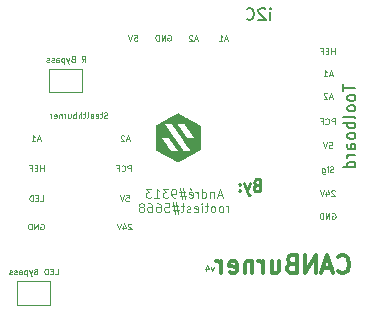
<source format=gbr>
%TF.GenerationSoftware,KiCad,Pcbnew,(6.0.7)*%
%TF.CreationDate,2022-11-17T23:55:45-05:00*%
%TF.ProjectId,SB Quick connect,53422051-7569-4636-9b20-636f6e6e6563,2.0*%
%TF.SameCoordinates,Original*%
%TF.FileFunction,Legend,Bot*%
%TF.FilePolarity,Positive*%
%FSLAX46Y46*%
G04 Gerber Fmt 4.6, Leading zero omitted, Abs format (unit mm)*
G04 Created by KiCad (PCBNEW (6.0.7)) date 2022-11-17 23:55:45*
%MOMM*%
%LPD*%
G01*
G04 APERTURE LIST*
%ADD10C,0.125000*%
%ADD11C,0.100000*%
%ADD12C,0.150000*%
%ADD13C,0.333000*%
%ADD14C,0.250000*%
%ADD15C,0.120000*%
G04 APERTURE END LIST*
D10*
X76845238Y-40078809D02*
X76821428Y-40055000D01*
X76773809Y-40031190D01*
X76654761Y-40031190D01*
X76607142Y-40055000D01*
X76583333Y-40078809D01*
X76559523Y-40126428D01*
X76559523Y-40174047D01*
X76583333Y-40245476D01*
X76869047Y-40531190D01*
X76559523Y-40531190D01*
X76130952Y-40197857D02*
X76130952Y-40531190D01*
X76250000Y-40007380D02*
X76369047Y-40364523D01*
X76059523Y-40364523D01*
X75940476Y-40031190D02*
X75773809Y-40531190D01*
X75607142Y-40031190D01*
D11*
X83807142Y-43717857D02*
X83688095Y-44051190D01*
X83569047Y-43717857D01*
X83164285Y-43717857D02*
X83164285Y-44051190D01*
X83283333Y-43527380D02*
X83402380Y-43884523D01*
X83092857Y-43884523D01*
D10*
X94053333Y-25701190D02*
X94053333Y-25201190D01*
X94053333Y-25439285D02*
X93767619Y-25439285D01*
X93767619Y-25701190D02*
X93767619Y-25201190D01*
X93529523Y-25439285D02*
X93362857Y-25439285D01*
X93291428Y-25701190D02*
X93529523Y-25701190D01*
X93529523Y-25201190D01*
X93291428Y-25201190D01*
X92910476Y-25439285D02*
X93077142Y-25439285D01*
X93077142Y-25701190D02*
X93077142Y-25201190D01*
X92839047Y-25201190D01*
X69408333Y-35591216D02*
X69408333Y-35091216D01*
X69408333Y-35329311D02*
X69122619Y-35329311D01*
X69122619Y-35591216D02*
X69122619Y-35091216D01*
X68884523Y-35329311D02*
X68717857Y-35329311D01*
X68646428Y-35591216D02*
X68884523Y-35591216D01*
X68884523Y-35091216D01*
X68646428Y-35091216D01*
X68265476Y-35329311D02*
X68432142Y-35329311D01*
X68432142Y-35591216D02*
X68432142Y-35091216D01*
X68194047Y-35091216D01*
X69107142Y-32908359D02*
X68869047Y-32908359D01*
X69154761Y-33051216D02*
X68988095Y-32551216D01*
X68821428Y-33051216D01*
X68392857Y-33051216D02*
X68678571Y-33051216D01*
X68535714Y-33051216D02*
X68535714Y-32551216D01*
X68583333Y-32622645D01*
X68630952Y-32670264D01*
X68678571Y-32694073D01*
D12*
X88606190Y-22782787D02*
X88606190Y-22116121D01*
X88606190Y-21782787D02*
X88653809Y-21830407D01*
X88606190Y-21878026D01*
X88558571Y-21830407D01*
X88606190Y-21782787D01*
X88606190Y-21878026D01*
X88177619Y-21878026D02*
X88130000Y-21830407D01*
X88034761Y-21782787D01*
X87796666Y-21782787D01*
X87701428Y-21830407D01*
X87653809Y-21878026D01*
X87606190Y-21973264D01*
X87606190Y-22068502D01*
X87653809Y-22211359D01*
X88225238Y-22782787D01*
X87606190Y-22782787D01*
X86606190Y-22687549D02*
X86653809Y-22735168D01*
X86796666Y-22782787D01*
X86891904Y-22782787D01*
X87034761Y-22735168D01*
X87130000Y-22639930D01*
X87177619Y-22544692D01*
X87225238Y-22354216D01*
X87225238Y-22211359D01*
X87177619Y-22020883D01*
X87130000Y-21925645D01*
X87034761Y-21830407D01*
X86891904Y-21782787D01*
X86796666Y-21782787D01*
X86653809Y-21830407D01*
X86606190Y-21878026D01*
D10*
X77094707Y-24062771D02*
X77332802Y-24062771D01*
X77356611Y-24300866D01*
X77332802Y-24277057D01*
X77285183Y-24253247D01*
X77166135Y-24253247D01*
X77118516Y-24277057D01*
X77094707Y-24300866D01*
X77070897Y-24348485D01*
X77070897Y-24467533D01*
X77094707Y-24515152D01*
X77118516Y-24538961D01*
X77166135Y-24562771D01*
X77285183Y-24562771D01*
X77332802Y-24538961D01*
X77356611Y-24515152D01*
X76928040Y-24062771D02*
X76761373Y-24562771D01*
X76594707Y-24062771D01*
X94065238Y-37240047D02*
X94041428Y-37216238D01*
X93993809Y-37192428D01*
X93874761Y-37192428D01*
X93827142Y-37216238D01*
X93803333Y-37240047D01*
X93779523Y-37287666D01*
X93779523Y-37335285D01*
X93803333Y-37406714D01*
X94089047Y-37692428D01*
X93779523Y-37692428D01*
X93350952Y-37359095D02*
X93350952Y-37692428D01*
X93470000Y-37168618D02*
X93589047Y-37525761D01*
X93279523Y-37525761D01*
X93160476Y-37192428D02*
X92993809Y-37692428D01*
X92827142Y-37192428D01*
X93850952Y-39168616D02*
X93898571Y-39144806D01*
X93970000Y-39144806D01*
X94041428Y-39168616D01*
X94089047Y-39216235D01*
X94112857Y-39263854D01*
X94136666Y-39359092D01*
X94136666Y-39430520D01*
X94112857Y-39525758D01*
X94089047Y-39573377D01*
X94041428Y-39620996D01*
X93970000Y-39644806D01*
X93922380Y-39644806D01*
X93850952Y-39620996D01*
X93827142Y-39597187D01*
X93827142Y-39430520D01*
X93922380Y-39430520D01*
X93612857Y-39644806D02*
X93612857Y-39144806D01*
X93327142Y-39644806D01*
X93327142Y-39144806D01*
X93089047Y-39644806D02*
X93089047Y-39144806D01*
X92970000Y-39144806D01*
X92898571Y-39168616D01*
X92850952Y-39216235D01*
X92827142Y-39263854D01*
X92803333Y-39359092D01*
X92803333Y-39430520D01*
X92827142Y-39525758D01*
X92850952Y-39573377D01*
X92898571Y-39620996D01*
X92970000Y-39644806D01*
X93089047Y-39644806D01*
X79920421Y-24070000D02*
X79968040Y-24046190D01*
X80039469Y-24046190D01*
X80110897Y-24070000D01*
X80158516Y-24117619D01*
X80182326Y-24165238D01*
X80206135Y-24260476D01*
X80206135Y-24331904D01*
X80182326Y-24427142D01*
X80158516Y-24474761D01*
X80110897Y-24522380D01*
X80039469Y-24546190D01*
X79991849Y-24546190D01*
X79920421Y-24522380D01*
X79896611Y-24498571D01*
X79896611Y-24331904D01*
X79991849Y-24331904D01*
X79682326Y-24546190D02*
X79682326Y-24046190D01*
X79396611Y-24546190D01*
X79396611Y-24046190D01*
X79158516Y-24546190D02*
X79158516Y-24046190D01*
X79039469Y-24046190D01*
X78968040Y-24070000D01*
X78920421Y-24117619D01*
X78896611Y-24165238D01*
X78872802Y-24260476D01*
X78872802Y-24331904D01*
X78896611Y-24427142D01*
X78920421Y-24474761D01*
X78968040Y-24522380D01*
X79039469Y-24546190D01*
X79158516Y-24546190D01*
D11*
X74818571Y-31082380D02*
X74747142Y-31106190D01*
X74628095Y-31106190D01*
X74580476Y-31082380D01*
X74556666Y-31058571D01*
X74532857Y-31010952D01*
X74532857Y-30963333D01*
X74556666Y-30915714D01*
X74580476Y-30891904D01*
X74628095Y-30868095D01*
X74723333Y-30844285D01*
X74770952Y-30820476D01*
X74794761Y-30796666D01*
X74818571Y-30749047D01*
X74818571Y-30701428D01*
X74794761Y-30653809D01*
X74770952Y-30630000D01*
X74723333Y-30606190D01*
X74604285Y-30606190D01*
X74532857Y-30630000D01*
X74390000Y-30772857D02*
X74199523Y-30772857D01*
X74318571Y-30606190D02*
X74318571Y-31034761D01*
X74294761Y-31082380D01*
X74247142Y-31106190D01*
X74199523Y-31106190D01*
X73842380Y-31082380D02*
X73890000Y-31106190D01*
X73985238Y-31106190D01*
X74032857Y-31082380D01*
X74056666Y-31034761D01*
X74056666Y-30844285D01*
X74032857Y-30796666D01*
X73985238Y-30772857D01*
X73890000Y-30772857D01*
X73842380Y-30796666D01*
X73818571Y-30844285D01*
X73818571Y-30891904D01*
X74056666Y-30939523D01*
X73390000Y-31106190D02*
X73390000Y-30844285D01*
X73413809Y-30796666D01*
X73461428Y-30772857D01*
X73556666Y-30772857D01*
X73604285Y-30796666D01*
X73390000Y-31082380D02*
X73437619Y-31106190D01*
X73556666Y-31106190D01*
X73604285Y-31082380D01*
X73628095Y-31034761D01*
X73628095Y-30987142D01*
X73604285Y-30939523D01*
X73556666Y-30915714D01*
X73437619Y-30915714D01*
X73390000Y-30891904D01*
X73080476Y-31106190D02*
X73128095Y-31082380D01*
X73151904Y-31034761D01*
X73151904Y-30606190D01*
X72961428Y-30772857D02*
X72770952Y-30772857D01*
X72890000Y-30606190D02*
X72890000Y-31034761D01*
X72866190Y-31082380D01*
X72818571Y-31106190D01*
X72770952Y-31106190D01*
X72604285Y-31106190D02*
X72604285Y-30606190D01*
X72390000Y-31106190D02*
X72390000Y-30844285D01*
X72413809Y-30796666D01*
X72461428Y-30772857D01*
X72532857Y-30772857D01*
X72580476Y-30796666D01*
X72604285Y-30820476D01*
X72151904Y-31106190D02*
X72151904Y-30606190D01*
X72151904Y-30796666D02*
X72104285Y-30772857D01*
X72009047Y-30772857D01*
X71961428Y-30796666D01*
X71937619Y-30820476D01*
X71913809Y-30868095D01*
X71913809Y-31010952D01*
X71937619Y-31058571D01*
X71961428Y-31082380D01*
X72009047Y-31106190D01*
X72104285Y-31106190D01*
X72151904Y-31082380D01*
X71485238Y-30772857D02*
X71485238Y-31106190D01*
X71699523Y-30772857D02*
X71699523Y-31034761D01*
X71675714Y-31082380D01*
X71628095Y-31106190D01*
X71556666Y-31106190D01*
X71509047Y-31082380D01*
X71485238Y-31058571D01*
X71247142Y-31106190D02*
X71247142Y-30772857D01*
X71247142Y-30868095D02*
X71223333Y-30820476D01*
X71199523Y-30796666D01*
X71151904Y-30772857D01*
X71104285Y-30772857D01*
X70937619Y-30772857D02*
X70937619Y-31106190D01*
X70937619Y-30820476D02*
X70913809Y-30796666D01*
X70866190Y-30772857D01*
X70794761Y-30772857D01*
X70747142Y-30796666D01*
X70723333Y-30844285D01*
X70723333Y-31106190D01*
X70294761Y-31082380D02*
X70342380Y-31106190D01*
X70437619Y-31106190D01*
X70485238Y-31082380D01*
X70509047Y-31034761D01*
X70509047Y-30844285D01*
X70485238Y-30796666D01*
X70437619Y-30772857D01*
X70342380Y-30772857D01*
X70294761Y-30796666D01*
X70270952Y-30844285D01*
X70270952Y-30891904D01*
X70509047Y-30939523D01*
X70056666Y-31106190D02*
X70056666Y-30772857D01*
X70056666Y-30868095D02*
X70032857Y-30820476D01*
X70009047Y-30796666D01*
X69961428Y-30772857D01*
X69913809Y-30772857D01*
D10*
X84976611Y-24419914D02*
X84738516Y-24419914D01*
X85024230Y-24562771D02*
X84857564Y-24062771D01*
X84690897Y-24562771D01*
X84262326Y-24562771D02*
X84548040Y-24562771D01*
X84405183Y-24562771D02*
X84405183Y-24062771D01*
X84452802Y-24134200D01*
X84500421Y-24181819D01*
X84548040Y-24205628D01*
X76657142Y-32908359D02*
X76419047Y-32908359D01*
X76704761Y-33051216D02*
X76538095Y-32551216D01*
X76371428Y-33051216D01*
X76228571Y-32598835D02*
X76204761Y-32575026D01*
X76157142Y-32551216D01*
X76038095Y-32551216D01*
X75990476Y-32575026D01*
X75966666Y-32598835D01*
X75942857Y-32646454D01*
X75942857Y-32694073D01*
X75966666Y-32765502D01*
X76252380Y-33051216D01*
X75942857Y-33051216D01*
D12*
X94802380Y-28253571D02*
X94802380Y-28825000D01*
X95802380Y-28539285D02*
X94802380Y-28539285D01*
X95802380Y-29301190D02*
X95754761Y-29205952D01*
X95707142Y-29158333D01*
X95611904Y-29110714D01*
X95326190Y-29110714D01*
X95230952Y-29158333D01*
X95183333Y-29205952D01*
X95135714Y-29301190D01*
X95135714Y-29444047D01*
X95183333Y-29539285D01*
X95230952Y-29586904D01*
X95326190Y-29634523D01*
X95611904Y-29634523D01*
X95707142Y-29586904D01*
X95754761Y-29539285D01*
X95802380Y-29444047D01*
X95802380Y-29301190D01*
X95802380Y-30205952D02*
X95754761Y-30110714D01*
X95707142Y-30063095D01*
X95611904Y-30015476D01*
X95326190Y-30015476D01*
X95230952Y-30063095D01*
X95183333Y-30110714D01*
X95135714Y-30205952D01*
X95135714Y-30348809D01*
X95183333Y-30444047D01*
X95230952Y-30491666D01*
X95326190Y-30539285D01*
X95611904Y-30539285D01*
X95707142Y-30491666D01*
X95754761Y-30444047D01*
X95802380Y-30348809D01*
X95802380Y-30205952D01*
X95802380Y-31110714D02*
X95754761Y-31015476D01*
X95659523Y-30967857D01*
X94802380Y-30967857D01*
X95802380Y-31491666D02*
X94802380Y-31491666D01*
X95183333Y-31491666D02*
X95135714Y-31586904D01*
X95135714Y-31777380D01*
X95183333Y-31872619D01*
X95230952Y-31920238D01*
X95326190Y-31967857D01*
X95611904Y-31967857D01*
X95707142Y-31920238D01*
X95754761Y-31872619D01*
X95802380Y-31777380D01*
X95802380Y-31586904D01*
X95754761Y-31491666D01*
X95802380Y-32539285D02*
X95754761Y-32444047D01*
X95707142Y-32396428D01*
X95611904Y-32348809D01*
X95326190Y-32348809D01*
X95230952Y-32396428D01*
X95183333Y-32444047D01*
X95135714Y-32539285D01*
X95135714Y-32682142D01*
X95183333Y-32777380D01*
X95230952Y-32825000D01*
X95326190Y-32872619D01*
X95611904Y-32872619D01*
X95707142Y-32825000D01*
X95754761Y-32777380D01*
X95802380Y-32682142D01*
X95802380Y-32539285D01*
X95802380Y-33729761D02*
X95278571Y-33729761D01*
X95183333Y-33682142D01*
X95135714Y-33586904D01*
X95135714Y-33396428D01*
X95183333Y-33301190D01*
X95754761Y-33729761D02*
X95802380Y-33634523D01*
X95802380Y-33396428D01*
X95754761Y-33301190D01*
X95659523Y-33253571D01*
X95564285Y-33253571D01*
X95469047Y-33301190D01*
X95421428Y-33396428D01*
X95421428Y-33634523D01*
X95373809Y-33729761D01*
X95802380Y-34205952D02*
X95135714Y-34205952D01*
X95326190Y-34205952D02*
X95230952Y-34253571D01*
X95183333Y-34301190D01*
X95135714Y-34396428D01*
X95135714Y-34491666D01*
X95802380Y-35253571D02*
X94802380Y-35253571D01*
X95754761Y-35253571D02*
X95802380Y-35158333D01*
X95802380Y-34967857D01*
X95754761Y-34872619D01*
X95707142Y-34825000D01*
X95611904Y-34777380D01*
X95326190Y-34777380D01*
X95230952Y-34825000D01*
X95183333Y-34872619D01*
X95135714Y-34967857D01*
X95135714Y-35158333D01*
X95183333Y-35253571D01*
D10*
X82436611Y-24419914D02*
X82198516Y-24419914D01*
X82484230Y-24562771D02*
X82317564Y-24062771D01*
X82150897Y-24562771D01*
X82008040Y-24110390D02*
X81984230Y-24086581D01*
X81936611Y-24062771D01*
X81817564Y-24062771D01*
X81769945Y-24086581D01*
X81746135Y-24110390D01*
X81722326Y-24158009D01*
X81722326Y-24205628D01*
X81746135Y-24277057D01*
X82031849Y-24562771D01*
X81722326Y-24562771D01*
X93827142Y-27418314D02*
X93589047Y-27418314D01*
X93874761Y-27561171D02*
X93708095Y-27061171D01*
X93541428Y-27561171D01*
X93112857Y-27561171D02*
X93398571Y-27561171D01*
X93255714Y-27561171D02*
X93255714Y-27061171D01*
X93303333Y-27132600D01*
X93350952Y-27180219D01*
X93398571Y-27204028D01*
X76370238Y-37631216D02*
X76608333Y-37631216D01*
X76632142Y-37869311D01*
X76608333Y-37845502D01*
X76560714Y-37821692D01*
X76441666Y-37821692D01*
X76394047Y-37845502D01*
X76370238Y-37869311D01*
X76346428Y-37916930D01*
X76346428Y-38035978D01*
X76370238Y-38083597D01*
X76394047Y-38107406D01*
X76441666Y-38131216D01*
X76560714Y-38131216D01*
X76608333Y-38107406D01*
X76632142Y-38083597D01*
X76203571Y-37631216D02*
X76036904Y-38131216D01*
X75870238Y-37631216D01*
X93958095Y-35663473D02*
X93886666Y-35687283D01*
X93767619Y-35687283D01*
X93720000Y-35663473D01*
X93696190Y-35639664D01*
X93672380Y-35592045D01*
X93672380Y-35544426D01*
X93696190Y-35496807D01*
X93720000Y-35472997D01*
X93767619Y-35449188D01*
X93862857Y-35425378D01*
X93910476Y-35401569D01*
X93934285Y-35377759D01*
X93958095Y-35330140D01*
X93958095Y-35282521D01*
X93934285Y-35234902D01*
X93910476Y-35211093D01*
X93862857Y-35187283D01*
X93743809Y-35187283D01*
X93672380Y-35211093D01*
X93458095Y-35687283D02*
X93458095Y-35353950D01*
X93458095Y-35187283D02*
X93481904Y-35211093D01*
X93458095Y-35234902D01*
X93434285Y-35211093D01*
X93458095Y-35187283D01*
X93458095Y-35234902D01*
X93005714Y-35353950D02*
X93005714Y-35758712D01*
X93029523Y-35806331D01*
X93053333Y-35830140D01*
X93100952Y-35853950D01*
X93172380Y-35853950D01*
X93220000Y-35830140D01*
X93005714Y-35663473D02*
X93053333Y-35687283D01*
X93148571Y-35687283D01*
X93196190Y-35663473D01*
X93220000Y-35639664D01*
X93243809Y-35592045D01*
X93243809Y-35449188D01*
X93220000Y-35401569D01*
X93196190Y-35377759D01*
X93148571Y-35353950D01*
X93053333Y-35353950D01*
X93005714Y-35377759D01*
X76795238Y-35591216D02*
X76795238Y-35091216D01*
X76604761Y-35091216D01*
X76557142Y-35115026D01*
X76533333Y-35138835D01*
X76509523Y-35186454D01*
X76509523Y-35257883D01*
X76533333Y-35305502D01*
X76557142Y-35329311D01*
X76604761Y-35353121D01*
X76795238Y-35353121D01*
X76009523Y-35543597D02*
X76033333Y-35567406D01*
X76104761Y-35591216D01*
X76152380Y-35591216D01*
X76223809Y-35567406D01*
X76271428Y-35519787D01*
X76295238Y-35472168D01*
X76319047Y-35376930D01*
X76319047Y-35305502D01*
X76295238Y-35210264D01*
X76271428Y-35162645D01*
X76223809Y-35115026D01*
X76152380Y-35091216D01*
X76104761Y-35091216D01*
X76033333Y-35115026D01*
X76009523Y-35138835D01*
X75628571Y-35329311D02*
X75795238Y-35329311D01*
X75795238Y-35591216D02*
X75795238Y-35091216D01*
X75557142Y-35091216D01*
D13*
X94367857Y-44085714D02*
X94439285Y-44157142D01*
X94653571Y-44228571D01*
X94796428Y-44228571D01*
X95010714Y-44157142D01*
X95153571Y-44014285D01*
X95225000Y-43871428D01*
X95296428Y-43585714D01*
X95296428Y-43371428D01*
X95225000Y-43085714D01*
X95153571Y-42942857D01*
X95010714Y-42800000D01*
X94796428Y-42728571D01*
X94653571Y-42728571D01*
X94439285Y-42800000D01*
X94367857Y-42871428D01*
X93796428Y-43800000D02*
X93082142Y-43800000D01*
X93939285Y-44228571D02*
X93439285Y-42728571D01*
X92939285Y-44228571D01*
X92439285Y-44228571D02*
X92439285Y-42728571D01*
X91582142Y-44228571D01*
X91582142Y-42728571D01*
X90367857Y-43442857D02*
X90153571Y-43514285D01*
X90082142Y-43585714D01*
X90010714Y-43728571D01*
X90010714Y-43942857D01*
X90082142Y-44085714D01*
X90153571Y-44157142D01*
X90296428Y-44228571D01*
X90867857Y-44228571D01*
X90867857Y-42728571D01*
X90367857Y-42728571D01*
X90225000Y-42800000D01*
X90153571Y-42871428D01*
X90082142Y-43014285D01*
X90082142Y-43157142D01*
X90153571Y-43300000D01*
X90225000Y-43371428D01*
X90367857Y-43442857D01*
X90867857Y-43442857D01*
X88725000Y-43228571D02*
X88725000Y-44228571D01*
X89367857Y-43228571D02*
X89367857Y-44014285D01*
X89296428Y-44157142D01*
X89153571Y-44228571D01*
X88939285Y-44228571D01*
X88796428Y-44157142D01*
X88725000Y-44085714D01*
X88010714Y-44228571D02*
X88010714Y-43228571D01*
X88010714Y-43514285D02*
X87939285Y-43371428D01*
X87867857Y-43300000D01*
X87725000Y-43228571D01*
X87582142Y-43228571D01*
X87082142Y-43228571D02*
X87082142Y-44228571D01*
X87082142Y-43371428D02*
X87010714Y-43300000D01*
X86867857Y-43228571D01*
X86653571Y-43228571D01*
X86510714Y-43300000D01*
X86439285Y-43442857D01*
X86439285Y-44228571D01*
X85153571Y-44157142D02*
X85296428Y-44228571D01*
X85582142Y-44228571D01*
X85725000Y-44157142D01*
X85796428Y-44014285D01*
X85796428Y-43442857D01*
X85725000Y-43300000D01*
X85582142Y-43228571D01*
X85296428Y-43228571D01*
X85153571Y-43300000D01*
X85082142Y-43442857D01*
X85082142Y-43585714D01*
X85796428Y-43728571D01*
X84439285Y-44228571D02*
X84439285Y-43228571D01*
X84439285Y-43514285D02*
X84367857Y-43371428D01*
X84296428Y-43300000D01*
X84153571Y-43228571D01*
X84010714Y-43228571D01*
D10*
X69155952Y-40055000D02*
X69203571Y-40031190D01*
X69275000Y-40031190D01*
X69346428Y-40055000D01*
X69394047Y-40102619D01*
X69417857Y-40150238D01*
X69441666Y-40245476D01*
X69441666Y-40316904D01*
X69417857Y-40412142D01*
X69394047Y-40459761D01*
X69346428Y-40507380D01*
X69275000Y-40531190D01*
X69227380Y-40531190D01*
X69155952Y-40507380D01*
X69132142Y-40483571D01*
X69132142Y-40316904D01*
X69227380Y-40316904D01*
X68917857Y-40531190D02*
X68917857Y-40031190D01*
X68632142Y-40531190D01*
X68632142Y-40031190D01*
X68394047Y-40531190D02*
X68394047Y-40031190D01*
X68275000Y-40031190D01*
X68203571Y-40055000D01*
X68155952Y-40102619D01*
X68132142Y-40150238D01*
X68108333Y-40245476D01*
X68108333Y-40316904D01*
X68132142Y-40412142D01*
X68155952Y-40459761D01*
X68203571Y-40507380D01*
X68275000Y-40531190D01*
X68394047Y-40531190D01*
D11*
X84508361Y-37632518D02*
X84151218Y-37632518D01*
X84579790Y-37846803D02*
X84329790Y-37096803D01*
X84079790Y-37846803D01*
X83829790Y-37346803D02*
X83829790Y-37846803D01*
X83829790Y-37418232D02*
X83794076Y-37382518D01*
X83722647Y-37346803D01*
X83615504Y-37346803D01*
X83544076Y-37382518D01*
X83508361Y-37453946D01*
X83508361Y-37846803D01*
X82829790Y-37846803D02*
X82829790Y-37096803D01*
X82829790Y-37811089D02*
X82901218Y-37846803D01*
X83044076Y-37846803D01*
X83115504Y-37811089D01*
X83151218Y-37775375D01*
X83186933Y-37703946D01*
X83186933Y-37489660D01*
X83151218Y-37418232D01*
X83115504Y-37382518D01*
X83044076Y-37346803D01*
X82901218Y-37346803D01*
X82829790Y-37382518D01*
X82472647Y-37846803D02*
X82472647Y-37346803D01*
X82472647Y-37489660D02*
X82436933Y-37418232D01*
X82401218Y-37382518D01*
X82329790Y-37346803D01*
X82258361Y-37346803D01*
X81722647Y-37811089D02*
X81794076Y-37846803D01*
X81936933Y-37846803D01*
X82008361Y-37811089D01*
X82044076Y-37739660D01*
X82044076Y-37453946D01*
X82008361Y-37382518D01*
X81936933Y-37346803D01*
X81794076Y-37346803D01*
X81722647Y-37382518D01*
X81686933Y-37453946D01*
X81686933Y-37525375D01*
X82044076Y-37596803D01*
X81794076Y-37061089D02*
X81901218Y-37168232D01*
X81401218Y-37346803D02*
X80865504Y-37346803D01*
X81186933Y-37025375D02*
X81401218Y-37989660D01*
X80936933Y-37668232D02*
X81472647Y-37668232D01*
X81151218Y-37989660D02*
X80936933Y-37025375D01*
X80579790Y-37846803D02*
X80436933Y-37846803D01*
X80365504Y-37811089D01*
X80329790Y-37775375D01*
X80258361Y-37668232D01*
X80222647Y-37525375D01*
X80222647Y-37239660D01*
X80258361Y-37168232D01*
X80294076Y-37132518D01*
X80365504Y-37096803D01*
X80508361Y-37096803D01*
X80579790Y-37132518D01*
X80615504Y-37168232D01*
X80651218Y-37239660D01*
X80651218Y-37418232D01*
X80615504Y-37489660D01*
X80579790Y-37525375D01*
X80508361Y-37561089D01*
X80365504Y-37561089D01*
X80294076Y-37525375D01*
X80258361Y-37489660D01*
X80222647Y-37418232D01*
X79972647Y-37096803D02*
X79508361Y-37096803D01*
X79758361Y-37382518D01*
X79651218Y-37382518D01*
X79579790Y-37418232D01*
X79544076Y-37453946D01*
X79508361Y-37525375D01*
X79508361Y-37703946D01*
X79544076Y-37775375D01*
X79579790Y-37811089D01*
X79651218Y-37846803D01*
X79865504Y-37846803D01*
X79936933Y-37811089D01*
X79972647Y-37775375D01*
X78794076Y-37846803D02*
X79222647Y-37846803D01*
X79008361Y-37846803D02*
X79008361Y-37096803D01*
X79079790Y-37203946D01*
X79151218Y-37275375D01*
X79222647Y-37311089D01*
X78544076Y-37096803D02*
X78079790Y-37096803D01*
X78329790Y-37382518D01*
X78222647Y-37382518D01*
X78151218Y-37418232D01*
X78115504Y-37453946D01*
X78079790Y-37525375D01*
X78079790Y-37703946D01*
X78115504Y-37775375D01*
X78151218Y-37811089D01*
X78222647Y-37846803D01*
X78436933Y-37846803D01*
X78508361Y-37811089D01*
X78544076Y-37775375D01*
X85061933Y-39054303D02*
X85061933Y-38554303D01*
X85061933Y-38697160D02*
X85026218Y-38625732D01*
X84990504Y-38590018D01*
X84919076Y-38554303D01*
X84847647Y-38554303D01*
X84490504Y-39054303D02*
X84561933Y-39018589D01*
X84597647Y-38982875D01*
X84633361Y-38911446D01*
X84633361Y-38697160D01*
X84597647Y-38625732D01*
X84561933Y-38590018D01*
X84490504Y-38554303D01*
X84383361Y-38554303D01*
X84311933Y-38590018D01*
X84276218Y-38625732D01*
X84240504Y-38697160D01*
X84240504Y-38911446D01*
X84276218Y-38982875D01*
X84311933Y-39018589D01*
X84383361Y-39054303D01*
X84490504Y-39054303D01*
X83811933Y-39054303D02*
X83883361Y-39018589D01*
X83919076Y-38982875D01*
X83954790Y-38911446D01*
X83954790Y-38697160D01*
X83919076Y-38625732D01*
X83883361Y-38590018D01*
X83811933Y-38554303D01*
X83704790Y-38554303D01*
X83633361Y-38590018D01*
X83597647Y-38625732D01*
X83561933Y-38697160D01*
X83561933Y-38911446D01*
X83597647Y-38982875D01*
X83633361Y-39018589D01*
X83704790Y-39054303D01*
X83811933Y-39054303D01*
X83347647Y-38554303D02*
X83061933Y-38554303D01*
X83240504Y-38304303D02*
X83240504Y-38947160D01*
X83204790Y-39018589D01*
X83133361Y-39054303D01*
X83061933Y-39054303D01*
X82811933Y-39054303D02*
X82811933Y-38554303D01*
X82811933Y-38304303D02*
X82847647Y-38340018D01*
X82811933Y-38375732D01*
X82776218Y-38340018D01*
X82811933Y-38304303D01*
X82811933Y-38375732D01*
X82169076Y-39018589D02*
X82240504Y-39054303D01*
X82383361Y-39054303D01*
X82454790Y-39018589D01*
X82490504Y-38947160D01*
X82490504Y-38661446D01*
X82454790Y-38590018D01*
X82383361Y-38554303D01*
X82240504Y-38554303D01*
X82169076Y-38590018D01*
X82133361Y-38661446D01*
X82133361Y-38732875D01*
X82490504Y-38804303D01*
X81847647Y-39018589D02*
X81776218Y-39054303D01*
X81633361Y-39054303D01*
X81561933Y-39018589D01*
X81526218Y-38947160D01*
X81526218Y-38911446D01*
X81561933Y-38840018D01*
X81633361Y-38804303D01*
X81740504Y-38804303D01*
X81811933Y-38768589D01*
X81847647Y-38697160D01*
X81847647Y-38661446D01*
X81811933Y-38590018D01*
X81740504Y-38554303D01*
X81633361Y-38554303D01*
X81561933Y-38590018D01*
X81311933Y-38554303D02*
X81026218Y-38554303D01*
X81204790Y-38304303D02*
X81204790Y-38947160D01*
X81169076Y-39018589D01*
X81097647Y-39054303D01*
X81026218Y-39054303D01*
X80811933Y-38554303D02*
X80276218Y-38554303D01*
X80597647Y-38232875D02*
X80811933Y-39197160D01*
X80347647Y-38875732D02*
X80883361Y-38875732D01*
X80561933Y-39197160D02*
X80347647Y-38232875D01*
X79669076Y-38304303D02*
X80026218Y-38304303D01*
X80061933Y-38661446D01*
X80026218Y-38625732D01*
X79954790Y-38590018D01*
X79776218Y-38590018D01*
X79704790Y-38625732D01*
X79669076Y-38661446D01*
X79633361Y-38732875D01*
X79633361Y-38911446D01*
X79669076Y-38982875D01*
X79704790Y-39018589D01*
X79776218Y-39054303D01*
X79954790Y-39054303D01*
X80026218Y-39018589D01*
X80061933Y-38982875D01*
X78990504Y-38304303D02*
X79133361Y-38304303D01*
X79204790Y-38340018D01*
X79240504Y-38375732D01*
X79311933Y-38482875D01*
X79347647Y-38625732D01*
X79347647Y-38911446D01*
X79311933Y-38982875D01*
X79276218Y-39018589D01*
X79204790Y-39054303D01*
X79061933Y-39054303D01*
X78990504Y-39018589D01*
X78954790Y-38982875D01*
X78919076Y-38911446D01*
X78919076Y-38732875D01*
X78954790Y-38661446D01*
X78990504Y-38625732D01*
X79061933Y-38590018D01*
X79204790Y-38590018D01*
X79276218Y-38625732D01*
X79311933Y-38661446D01*
X79347647Y-38732875D01*
X78276218Y-38304303D02*
X78419076Y-38304303D01*
X78490504Y-38340018D01*
X78526218Y-38375732D01*
X78597647Y-38482875D01*
X78633361Y-38625732D01*
X78633361Y-38911446D01*
X78597647Y-38982875D01*
X78561933Y-39018589D01*
X78490504Y-39054303D01*
X78347647Y-39054303D01*
X78276218Y-39018589D01*
X78240504Y-38982875D01*
X78204790Y-38911446D01*
X78204790Y-38732875D01*
X78240504Y-38661446D01*
X78276218Y-38625732D01*
X78347647Y-38590018D01*
X78490504Y-38590018D01*
X78561933Y-38625732D01*
X78597647Y-38661446D01*
X78633361Y-38732875D01*
X77776218Y-38625732D02*
X77847647Y-38590018D01*
X77883361Y-38554303D01*
X77919076Y-38482875D01*
X77919076Y-38447160D01*
X77883361Y-38375732D01*
X77847647Y-38340018D01*
X77776218Y-38304303D01*
X77633361Y-38304303D01*
X77561933Y-38340018D01*
X77526218Y-38375732D01*
X77490504Y-38447160D01*
X77490504Y-38482875D01*
X77526218Y-38554303D01*
X77561933Y-38590018D01*
X77633361Y-38625732D01*
X77776218Y-38625732D01*
X77847647Y-38661446D01*
X77883361Y-38697160D01*
X77919076Y-38768589D01*
X77919076Y-38911446D01*
X77883361Y-38982875D01*
X77847647Y-39018589D01*
X77776218Y-39054303D01*
X77633361Y-39054303D01*
X77561933Y-39018589D01*
X77526218Y-38982875D01*
X77490504Y-38911446D01*
X77490504Y-38768589D01*
X77526218Y-38697160D01*
X77561933Y-38661446D01*
X77633361Y-38625732D01*
D10*
X94065238Y-31624227D02*
X94065238Y-31124227D01*
X93874761Y-31124227D01*
X93827142Y-31148037D01*
X93803333Y-31171846D01*
X93779523Y-31219465D01*
X93779523Y-31290894D01*
X93803333Y-31338513D01*
X93827142Y-31362322D01*
X93874761Y-31386132D01*
X94065238Y-31386132D01*
X93279523Y-31576608D02*
X93303333Y-31600417D01*
X93374761Y-31624227D01*
X93422380Y-31624227D01*
X93493809Y-31600417D01*
X93541428Y-31552798D01*
X93565238Y-31505179D01*
X93589047Y-31409941D01*
X93589047Y-31338513D01*
X93565238Y-31243275D01*
X93541428Y-31195656D01*
X93493809Y-31148037D01*
X93422380Y-31124227D01*
X93374761Y-31124227D01*
X93303333Y-31148037D01*
X93279523Y-31171846D01*
X92898571Y-31362322D02*
X93065238Y-31362322D01*
X93065238Y-31624227D02*
X93065238Y-31124227D01*
X92827142Y-31124227D01*
X93565238Y-33155755D02*
X93803333Y-33155755D01*
X93827142Y-33393850D01*
X93803333Y-33370041D01*
X93755714Y-33346231D01*
X93636666Y-33346231D01*
X93589047Y-33370041D01*
X93565238Y-33393850D01*
X93541428Y-33441469D01*
X93541428Y-33560517D01*
X93565238Y-33608136D01*
X93589047Y-33631945D01*
X93636666Y-33655755D01*
X93755714Y-33655755D01*
X93803333Y-33631945D01*
X93827142Y-33608136D01*
X93398571Y-33155755D02*
X93231904Y-33655755D01*
X93065238Y-33155755D01*
X93827142Y-29317925D02*
X93589047Y-29317925D01*
X93874761Y-29460782D02*
X93708095Y-28960782D01*
X93541428Y-29460782D01*
X93398571Y-29008401D02*
X93374761Y-28984592D01*
X93327142Y-28960782D01*
X93208095Y-28960782D01*
X93160476Y-28984592D01*
X93136666Y-29008401D01*
X93112857Y-29056020D01*
X93112857Y-29103639D01*
X93136666Y-29175068D01*
X93422380Y-29460782D01*
X93112857Y-29460782D01*
X69121428Y-38131216D02*
X69359523Y-38131216D01*
X69359523Y-37631216D01*
X68954761Y-37869311D02*
X68788095Y-37869311D01*
X68716666Y-38131216D02*
X68954761Y-38131216D01*
X68954761Y-37631216D01*
X68716666Y-37631216D01*
X68502380Y-38131216D02*
X68502380Y-37631216D01*
X68383333Y-37631216D01*
X68311904Y-37655026D01*
X68264285Y-37702645D01*
X68240476Y-37750264D01*
X68216666Y-37845502D01*
X68216666Y-37916930D01*
X68240476Y-38012168D01*
X68264285Y-38059787D01*
X68311904Y-38107406D01*
X68383333Y-38131216D01*
X68502380Y-38131216D01*
D14*
X87431695Y-36769839D02*
X87288837Y-36817458D01*
X87241218Y-36865077D01*
X87193599Y-36960315D01*
X87193599Y-37103172D01*
X87241218Y-37198410D01*
X87288837Y-37246029D01*
X87384076Y-37293648D01*
X87765028Y-37293648D01*
X87765028Y-36293648D01*
X87431695Y-36293648D01*
X87336456Y-36341268D01*
X87288837Y-36388887D01*
X87241218Y-36484125D01*
X87241218Y-36579363D01*
X87288837Y-36674601D01*
X87336456Y-36722220D01*
X87431695Y-36769839D01*
X87765028Y-36769839D01*
X86860266Y-36626982D02*
X86622171Y-37293648D01*
X86384076Y-36626982D02*
X86622171Y-37293648D01*
X86717409Y-37531744D01*
X86765028Y-37579363D01*
X86860266Y-37626982D01*
X86003123Y-37198410D02*
X85955504Y-37246029D01*
X86003123Y-37293648D01*
X86050742Y-37246029D01*
X86003123Y-37198410D01*
X86003123Y-37293648D01*
X86003123Y-36674601D02*
X85955504Y-36722220D01*
X86003123Y-36769839D01*
X86050742Y-36722220D01*
X86003123Y-36674601D01*
X86003123Y-36769839D01*
D11*
%TO.C,R Bypass*%
X72633333Y-26351190D02*
X72800000Y-26113095D01*
X72919047Y-26351190D02*
X72919047Y-25851190D01*
X72728571Y-25851190D01*
X72680952Y-25875000D01*
X72657142Y-25898809D01*
X72633333Y-25946428D01*
X72633333Y-26017857D01*
X72657142Y-26065476D01*
X72680952Y-26089285D01*
X72728571Y-26113095D01*
X72919047Y-26113095D01*
X71871428Y-26089285D02*
X71800000Y-26113095D01*
X71776190Y-26136904D01*
X71752380Y-26184523D01*
X71752380Y-26255952D01*
X71776190Y-26303571D01*
X71800000Y-26327380D01*
X71847619Y-26351190D01*
X72038095Y-26351190D01*
X72038095Y-25851190D01*
X71871428Y-25851190D01*
X71823809Y-25875000D01*
X71800000Y-25898809D01*
X71776190Y-25946428D01*
X71776190Y-25994047D01*
X71800000Y-26041666D01*
X71823809Y-26065476D01*
X71871428Y-26089285D01*
X72038095Y-26089285D01*
X71585714Y-26017857D02*
X71466666Y-26351190D01*
X71347619Y-26017857D02*
X71466666Y-26351190D01*
X71514285Y-26470238D01*
X71538095Y-26494047D01*
X71585714Y-26517857D01*
X71157142Y-26017857D02*
X71157142Y-26517857D01*
X71157142Y-26041666D02*
X71109523Y-26017857D01*
X71014285Y-26017857D01*
X70966666Y-26041666D01*
X70942857Y-26065476D01*
X70919047Y-26113095D01*
X70919047Y-26255952D01*
X70942857Y-26303571D01*
X70966666Y-26327380D01*
X71014285Y-26351190D01*
X71109523Y-26351190D01*
X71157142Y-26327380D01*
X70490476Y-26351190D02*
X70490476Y-26089285D01*
X70514285Y-26041666D01*
X70561904Y-26017857D01*
X70657142Y-26017857D01*
X70704761Y-26041666D01*
X70490476Y-26327380D02*
X70538095Y-26351190D01*
X70657142Y-26351190D01*
X70704761Y-26327380D01*
X70728571Y-26279761D01*
X70728571Y-26232142D01*
X70704761Y-26184523D01*
X70657142Y-26160714D01*
X70538095Y-26160714D01*
X70490476Y-26136904D01*
X70276190Y-26327380D02*
X70228571Y-26351190D01*
X70133333Y-26351190D01*
X70085714Y-26327380D01*
X70061904Y-26279761D01*
X70061904Y-26255952D01*
X70085714Y-26208333D01*
X70133333Y-26184523D01*
X70204761Y-26184523D01*
X70252380Y-26160714D01*
X70276190Y-26113095D01*
X70276190Y-26089285D01*
X70252380Y-26041666D01*
X70204761Y-26017857D01*
X70133333Y-26017857D01*
X70085714Y-26041666D01*
X69871428Y-26327380D02*
X69823809Y-26351190D01*
X69728571Y-26351190D01*
X69680952Y-26327380D01*
X69657142Y-26279761D01*
X69657142Y-26255952D01*
X69680952Y-26208333D01*
X69728571Y-26184523D01*
X69800000Y-26184523D01*
X69847619Y-26160714D01*
X69871428Y-26113095D01*
X69871428Y-26089285D01*
X69847619Y-26041666D01*
X69800000Y-26017857D01*
X69728571Y-26017857D01*
X69680952Y-26041666D01*
%TO.C,LED Bypass*%
X70389523Y-44336190D02*
X70627619Y-44336190D01*
X70627619Y-43836190D01*
X70222857Y-44074285D02*
X70056190Y-44074285D01*
X69984761Y-44336190D02*
X70222857Y-44336190D01*
X70222857Y-43836190D01*
X69984761Y-43836190D01*
X69770476Y-44336190D02*
X69770476Y-43836190D01*
X69651428Y-43836190D01*
X69580000Y-43860000D01*
X69532380Y-43907619D01*
X69508571Y-43955238D01*
X69484761Y-44050476D01*
X69484761Y-44121904D01*
X69508571Y-44217142D01*
X69532380Y-44264761D01*
X69580000Y-44312380D01*
X69651428Y-44336190D01*
X69770476Y-44336190D01*
X68722857Y-44074285D02*
X68651428Y-44098095D01*
X68627619Y-44121904D01*
X68603809Y-44169523D01*
X68603809Y-44240952D01*
X68627619Y-44288571D01*
X68651428Y-44312380D01*
X68699047Y-44336190D01*
X68889523Y-44336190D01*
X68889523Y-43836190D01*
X68722857Y-43836190D01*
X68675238Y-43860000D01*
X68651428Y-43883809D01*
X68627619Y-43931428D01*
X68627619Y-43979047D01*
X68651428Y-44026666D01*
X68675238Y-44050476D01*
X68722857Y-44074285D01*
X68889523Y-44074285D01*
X68437142Y-44002857D02*
X68318095Y-44336190D01*
X68199047Y-44002857D02*
X68318095Y-44336190D01*
X68365714Y-44455238D01*
X68389523Y-44479047D01*
X68437142Y-44502857D01*
X68008571Y-44002857D02*
X68008571Y-44502857D01*
X68008571Y-44026666D02*
X67960952Y-44002857D01*
X67865714Y-44002857D01*
X67818095Y-44026666D01*
X67794285Y-44050476D01*
X67770476Y-44098095D01*
X67770476Y-44240952D01*
X67794285Y-44288571D01*
X67818095Y-44312380D01*
X67865714Y-44336190D01*
X67960952Y-44336190D01*
X68008571Y-44312380D01*
X67341904Y-44336190D02*
X67341904Y-44074285D01*
X67365714Y-44026666D01*
X67413333Y-44002857D01*
X67508571Y-44002857D01*
X67556190Y-44026666D01*
X67341904Y-44312380D02*
X67389523Y-44336190D01*
X67508571Y-44336190D01*
X67556190Y-44312380D01*
X67580000Y-44264761D01*
X67580000Y-44217142D01*
X67556190Y-44169523D01*
X67508571Y-44145714D01*
X67389523Y-44145714D01*
X67341904Y-44121904D01*
X67127619Y-44312380D02*
X67080000Y-44336190D01*
X66984761Y-44336190D01*
X66937142Y-44312380D01*
X66913333Y-44264761D01*
X66913333Y-44240952D01*
X66937142Y-44193333D01*
X66984761Y-44169523D01*
X67056190Y-44169523D01*
X67103809Y-44145714D01*
X67127619Y-44098095D01*
X67127619Y-44074285D01*
X67103809Y-44026666D01*
X67056190Y-44002857D01*
X66984761Y-44002857D01*
X66937142Y-44026666D01*
X66722857Y-44312380D02*
X66675238Y-44336190D01*
X66580000Y-44336190D01*
X66532380Y-44312380D01*
X66508571Y-44264761D01*
X66508571Y-44240952D01*
X66532380Y-44193333D01*
X66580000Y-44169523D01*
X66651428Y-44169523D01*
X66699047Y-44145714D01*
X66722857Y-44098095D01*
X66722857Y-44074285D01*
X66699047Y-44026666D01*
X66651428Y-44002857D01*
X66580000Y-44002857D01*
X66532380Y-44026666D01*
%TO.C,G\u002A\u002A\u002A*%
G36*
X82474624Y-33941041D02*
G01*
X82447303Y-33956056D01*
X82424186Y-33968784D01*
X82406727Y-33978424D01*
X82396381Y-33984177D01*
X82393379Y-33985861D01*
X82385040Y-33990521D01*
X82375149Y-33996017D01*
X82362829Y-34002832D01*
X82347204Y-34011447D01*
X82327398Y-34022346D01*
X82302533Y-34036011D01*
X82271734Y-34052923D01*
X82234123Y-34073567D01*
X82188825Y-34098424D01*
X82175476Y-34105752D01*
X82143577Y-34123288D01*
X82112659Y-34140317D01*
X82084618Y-34155792D01*
X82061352Y-34168667D01*
X82044756Y-34177896D01*
X82031899Y-34185048D01*
X82008766Y-34197836D01*
X81981243Y-34212987D01*
X81951739Y-34229175D01*
X81922664Y-34245075D01*
X81906080Y-34254135D01*
X81871847Y-34272877D01*
X81836141Y-34292469D01*
X81802312Y-34311072D01*
X81773712Y-34326847D01*
X81758204Y-34335416D01*
X81706101Y-34364177D01*
X81648572Y-34395892D01*
X81587947Y-34429281D01*
X81526553Y-34463063D01*
X81466719Y-34495956D01*
X81410772Y-34526678D01*
X81361041Y-34553950D01*
X81345339Y-34562560D01*
X81313175Y-34580232D01*
X81282156Y-34597320D01*
X81254137Y-34612798D01*
X81230977Y-34625643D01*
X81214531Y-34634829D01*
X81199400Y-34643279D01*
X81176743Y-34655843D01*
X81148395Y-34671509D01*
X81115817Y-34689472D01*
X81080472Y-34708928D01*
X81043823Y-34729074D01*
X81007332Y-34749106D01*
X80972463Y-34768219D01*
X80940677Y-34785609D01*
X80913438Y-34800473D01*
X80892209Y-34812006D01*
X80889252Y-34813610D01*
X80868626Y-34825007D01*
X80848767Y-34836272D01*
X80833604Y-34845181D01*
X80825249Y-34850014D01*
X80812771Y-34856292D01*
X80805085Y-34858908D01*
X80804819Y-34858895D01*
X80797867Y-34856306D01*
X80783956Y-34849759D01*
X80764513Y-34839968D01*
X80740964Y-34827653D01*
X80714737Y-34813528D01*
X80691706Y-34800956D01*
X80659609Y-34783442D01*
X80628041Y-34766222D01*
X80599681Y-34750759D01*
X80577211Y-34738515D01*
X80555804Y-34726836D01*
X80534127Y-34714969D01*
X80516007Y-34705009D01*
X80503956Y-34698334D01*
X80478600Y-34684199D01*
X80449654Y-34668232D01*
X80422020Y-34653230D01*
X80391632Y-34636972D01*
X80379409Y-34630434D01*
X80360922Y-34620417D01*
X80346292Y-34612332D01*
X80337911Y-34607492D01*
X80336940Y-34606902D01*
X80327587Y-34601567D01*
X80311950Y-34592904D01*
X80291958Y-34581976D01*
X80269540Y-34569845D01*
X80268249Y-34569150D01*
X80243559Y-34555839D01*
X80219276Y-34542720D01*
X80198130Y-34531273D01*
X80182855Y-34522973D01*
X80170110Y-34516027D01*
X80148349Y-34504180D01*
X80129134Y-34493734D01*
X80125465Y-34491737D01*
X80110741Y-34483687D01*
X80089758Y-34472186D01*
X80064173Y-34458144D01*
X80035642Y-34442469D01*
X80005821Y-34426070D01*
X79973235Y-34408178D01*
X79931938Y-34385576D01*
X79888719Y-34361985D01*
X79847068Y-34339308D01*
X79810474Y-34319451D01*
X79794646Y-34310883D01*
X79763331Y-34293927D01*
X79737925Y-34280162D01*
X79716620Y-34268600D01*
X79697607Y-34258255D01*
X79679078Y-34248141D01*
X79659223Y-34237271D01*
X79636233Y-34224658D01*
X79608300Y-34209316D01*
X79573616Y-34190257D01*
X79557515Y-34181411D01*
X79521756Y-34161773D01*
X79489277Y-34143953D01*
X79458382Y-34127024D01*
X79427378Y-34110060D01*
X79394570Y-34092134D01*
X79358265Y-34072320D01*
X79316768Y-34049691D01*
X79268386Y-34023321D01*
X79267713Y-34022954D01*
X79235546Y-34005416D01*
X79197175Y-33984483D01*
X79154911Y-33961416D01*
X79111065Y-33937476D01*
X79067947Y-33913925D01*
X79027868Y-33892025D01*
X78889907Y-33816618D01*
X78891125Y-32774189D01*
X78891127Y-32772732D01*
X79436983Y-32772732D01*
X79437577Y-32774060D01*
X79442605Y-32782220D01*
X79452090Y-32796617D01*
X79465228Y-32816059D01*
X79481216Y-32839348D01*
X79499250Y-32865291D01*
X79504712Y-32873103D01*
X79524164Y-32900936D01*
X79542678Y-32927441D01*
X79559089Y-32950949D01*
X79572232Y-32969793D01*
X79580941Y-32982301D01*
X79593294Y-33000055D01*
X79608595Y-33022009D01*
X79622801Y-33042357D01*
X79631070Y-33054209D01*
X79644255Y-33073133D01*
X79661061Y-33097274D01*
X79680488Y-33125194D01*
X79701537Y-33155456D01*
X79723207Y-33186623D01*
X79744282Y-33216924D01*
X79764911Y-33246557D01*
X79783776Y-33273626D01*
X79799925Y-33296768D01*
X79812405Y-33314617D01*
X79820266Y-33325808D01*
X79826122Y-33334125D01*
X79839436Y-33353137D01*
X79854722Y-33375057D01*
X79869703Y-33396622D01*
X79876584Y-33406542D01*
X79894156Y-33431823D01*
X79912122Y-33457615D01*
X79927509Y-33479644D01*
X79940867Y-33498748D01*
X79962646Y-33529946D01*
X79988075Y-33566414D01*
X80016061Y-33606582D01*
X80045511Y-33648880D01*
X80075333Y-33691739D01*
X80104435Y-33733589D01*
X80131723Y-33772858D01*
X80156105Y-33807978D01*
X80176488Y-33837379D01*
X80234830Y-33921617D01*
X80524973Y-33921617D01*
X80572189Y-33921599D01*
X80627206Y-33921513D01*
X80673598Y-33921342D01*
X80712018Y-33921071D01*
X80743120Y-33920685D01*
X80767557Y-33920170D01*
X80785983Y-33919512D01*
X80799049Y-33918695D01*
X80807411Y-33917704D01*
X80811720Y-33916526D01*
X80812631Y-33915145D01*
X80812176Y-33914183D01*
X80808797Y-33908549D01*
X80802071Y-33898237D01*
X80791675Y-33882773D01*
X80777285Y-33861686D01*
X80758577Y-33834500D01*
X80735225Y-33800742D01*
X80706907Y-33759940D01*
X80673298Y-33711619D01*
X80660252Y-33692875D01*
X80644544Y-33670303D01*
X80630816Y-33650573D01*
X80624942Y-33642109D01*
X80612345Y-33623897D01*
X80596605Y-33601097D01*
X80579165Y-33575797D01*
X80561466Y-33550087D01*
X80550096Y-33533565D01*
X80532154Y-33507523D01*
X80515281Y-33483067D01*
X80500966Y-33462350D01*
X80490695Y-33447530D01*
X80489595Y-33445947D01*
X80480933Y-33433455D01*
X80467615Y-33414227D01*
X80450392Y-33389347D01*
X80430014Y-33359900D01*
X80407232Y-33326970D01*
X80382795Y-33291640D01*
X80357454Y-33254995D01*
X80338508Y-33227595D01*
X80307228Y-33182362D01*
X80274287Y-33134732D01*
X80241130Y-33086792D01*
X80209198Y-33040629D01*
X80179935Y-32998327D01*
X80154784Y-32961974D01*
X80143534Y-32945712D01*
X80120746Y-32912745D01*
X80099208Y-32881556D01*
X80079783Y-32853397D01*
X80063332Y-32829516D01*
X80050717Y-32811164D01*
X80042802Y-32799592D01*
X80022056Y-32769069D01*
X79729465Y-32769069D01*
X79677330Y-32769128D01*
X79627876Y-32769298D01*
X79582279Y-32769570D01*
X79541384Y-32769932D01*
X79506035Y-32770374D01*
X79477076Y-32770886D01*
X79455352Y-32771456D01*
X79441706Y-32772075D01*
X79436983Y-32772732D01*
X78891127Y-32772732D01*
X78892343Y-31731759D01*
X78924087Y-31714132D01*
X78924578Y-31713860D01*
X78939268Y-31705743D01*
X78960484Y-31694068D01*
X78986271Y-31679908D01*
X79014674Y-31664336D01*
X79043737Y-31648428D01*
X79051304Y-31644289D01*
X79084200Y-31626289D01*
X79710412Y-31626289D01*
X79737040Y-31664137D01*
X79746103Y-31677105D01*
X79762585Y-31700943D01*
X79780264Y-31726747D01*
X79796603Y-31750823D01*
X79809593Y-31769980D01*
X79821031Y-31786646D01*
X79829496Y-31798761D01*
X79833757Y-31804543D01*
X79837302Y-31809302D01*
X79845595Y-31820932D01*
X79857576Y-31837954D01*
X79872278Y-31858996D01*
X79888733Y-31882682D01*
X79900932Y-31900275D01*
X79920080Y-31927842D01*
X79938544Y-31954375D01*
X79954701Y-31977541D01*
X79966925Y-31995006D01*
X79973436Y-32004295D01*
X79988261Y-32025510D01*
X80006004Y-32050958D01*
X80024981Y-32078223D01*
X80043507Y-32104889D01*
X80050999Y-32115682D01*
X80072412Y-32146520D01*
X80095087Y-32179162D01*
X80116748Y-32210330D01*
X80135117Y-32236748D01*
X80143572Y-32248916D01*
X80158955Y-32271085D01*
X80178501Y-32299277D01*
X80201421Y-32332352D01*
X80226925Y-32369172D01*
X80254224Y-32408596D01*
X80282529Y-32449485D01*
X80311050Y-32490700D01*
X80336392Y-32527309D01*
X80362919Y-32565594D01*
X80387784Y-32601441D01*
X80410338Y-32633918D01*
X80429931Y-32662090D01*
X80445917Y-32685026D01*
X80457646Y-32701792D01*
X80464471Y-32711456D01*
X80476994Y-32729136D01*
X80492318Y-32751083D01*
X80506398Y-32771527D01*
X80519761Y-32790980D01*
X80533823Y-32811231D01*
X80545467Y-32827790D01*
X80559473Y-32847563D01*
X80591153Y-32892695D01*
X80627471Y-32944907D01*
X80667931Y-33003486D01*
X80677268Y-33017033D01*
X80696995Y-33045599D01*
X80716787Y-33074194D01*
X80734780Y-33100123D01*
X80749107Y-33120694D01*
X80752624Y-33125730D01*
X80774159Y-33156605D01*
X80799431Y-33192896D01*
X80827274Y-33232925D01*
X80856523Y-33275014D01*
X80886013Y-33317483D01*
X80914577Y-33358655D01*
X80941050Y-33396850D01*
X80964267Y-33430392D01*
X80983063Y-33457600D01*
X80990339Y-33468133D01*
X81006400Y-33491289D01*
X81022025Y-33513712D01*
X81034665Y-33531743D01*
X81040151Y-33539553D01*
X81052248Y-33556846D01*
X81068123Y-33579594D01*
X81086708Y-33606262D01*
X81106932Y-33635317D01*
X81127727Y-33665224D01*
X81141683Y-33685306D01*
X81162258Y-33714908D01*
X81181564Y-33742678D01*
X81198523Y-33767069D01*
X81212062Y-33786534D01*
X81221103Y-33799525D01*
X81227731Y-33809070D01*
X81242326Y-33830200D01*
X81258580Y-33853832D01*
X81274045Y-33876414D01*
X81300498Y-33915145D01*
X81304879Y-33921559D01*
X81591795Y-33921588D01*
X81638948Y-33921562D01*
X81688176Y-33921466D01*
X81733608Y-33921306D01*
X81774391Y-33921088D01*
X81809671Y-33920819D01*
X81838597Y-33920505D01*
X81860314Y-33920154D01*
X81873970Y-33919771D01*
X81878711Y-33919364D01*
X81876221Y-33914740D01*
X81868810Y-33903147D01*
X81857209Y-33885713D01*
X81842153Y-33863532D01*
X81824377Y-33837694D01*
X81804616Y-33809292D01*
X81799782Y-33802370D01*
X81785232Y-33781461D01*
X81768952Y-33757989D01*
X81753644Y-33735846D01*
X81752117Y-33733634D01*
X81739651Y-33715590D01*
X81722340Y-33690563D01*
X81700080Y-33658403D01*
X81672769Y-33618962D01*
X81640303Y-33572092D01*
X81602579Y-33517642D01*
X81559495Y-33455465D01*
X81510946Y-33385411D01*
X81504096Y-33375524D01*
X81488425Y-33352878D01*
X81474353Y-33332511D01*
X81463203Y-33316338D01*
X81456298Y-33306274D01*
X81455252Y-33304744D01*
X81447154Y-33293004D01*
X81435186Y-33275756D01*
X81420786Y-33255070D01*
X81405394Y-33233018D01*
X81403915Y-33230900D01*
X81385375Y-33204265D01*
X81364082Y-33173532D01*
X81342552Y-33142338D01*
X81323300Y-33114322D01*
X81322573Y-33113261D01*
X81302593Y-33084196D01*
X81279911Y-33051347D01*
X81257260Y-33018666D01*
X81237375Y-32990105D01*
X81235310Y-32987148D01*
X81216062Y-32959498D01*
X81195349Y-32929623D01*
X81175530Y-32900931D01*
X81158964Y-32876827D01*
X81144859Y-32856292D01*
X81129127Y-32833519D01*
X81115066Y-32813291D01*
X81104589Y-32798371D01*
X81092373Y-32781004D01*
X81075455Y-32756743D01*
X81054696Y-32726828D01*
X81030932Y-32692467D01*
X81005000Y-32654866D01*
X80977734Y-32615233D01*
X80953452Y-32579901D01*
X80932573Y-32549547D01*
X80915359Y-32524561D01*
X80900860Y-32503570D01*
X80888125Y-32485201D01*
X80876204Y-32468081D01*
X80864148Y-32450837D01*
X80851005Y-32432095D01*
X80848416Y-32428405D01*
X80832605Y-32405770D01*
X80817713Y-32384303D01*
X80805310Y-32366275D01*
X80796967Y-32353957D01*
X80791125Y-32345277D01*
X80783753Y-32334683D01*
X80779827Y-32329538D01*
X80777785Y-32326916D01*
X80771082Y-32317524D01*
X80761081Y-32303138D01*
X80749061Y-32285585D01*
X80733119Y-32262199D01*
X80700777Y-32214978D01*
X80665832Y-32164200D01*
X80630248Y-32112717D01*
X80595988Y-32063378D01*
X80580586Y-32041241D01*
X80559803Y-32011341D01*
X80536966Y-31978465D01*
X80513924Y-31945272D01*
X80492526Y-31914426D01*
X80486852Y-31906242D01*
X80469401Y-31881075D01*
X80453906Y-31858729D01*
X80441269Y-31840507D01*
X80432394Y-31827709D01*
X80428182Y-31821636D01*
X80422710Y-31813748D01*
X80376970Y-31747556D01*
X80331490Y-31681304D01*
X80293958Y-31626437D01*
X79710412Y-31626289D01*
X80780452Y-31626289D01*
X80818312Y-31681230D01*
X80833696Y-31703553D01*
X80853179Y-31731818D01*
X80872180Y-31759379D01*
X80888169Y-31782567D01*
X80894347Y-31791529D01*
X80908959Y-31812742D01*
X80927150Y-31839165D01*
X80947667Y-31868981D01*
X80969261Y-31900371D01*
X80990681Y-31931519D01*
X80998618Y-31943059D01*
X81024236Y-31980281D01*
X81051727Y-32020185D01*
X81080266Y-32061578D01*
X81109031Y-32103269D01*
X81137198Y-32144065D01*
X81163944Y-32182775D01*
X81188446Y-32218207D01*
X81209881Y-32249168D01*
X81227426Y-32274467D01*
X81240257Y-32292911D01*
X81247717Y-32303641D01*
X81263068Y-32325854D01*
X81279908Y-32350346D01*
X81295742Y-32373491D01*
X81298727Y-32377866D01*
X81314487Y-32400881D01*
X81333238Y-32428170D01*
X81352884Y-32456684D01*
X81371326Y-32483374D01*
X81381485Y-32498074D01*
X81399782Y-32524617D01*
X81421276Y-32555859D01*
X81444606Y-32589818D01*
X81468411Y-32624514D01*
X81491328Y-32657965D01*
X81567380Y-32769069D01*
X81857347Y-32769069D01*
X81899981Y-32769026D01*
X81951708Y-32768851D01*
X81999017Y-32768550D01*
X82041145Y-32768135D01*
X82077328Y-32767618D01*
X82106800Y-32767010D01*
X82128798Y-32766322D01*
X82142557Y-32765566D01*
X82147313Y-32764753D01*
X82146990Y-32763095D01*
X82145562Y-32759935D01*
X82142528Y-32754685D01*
X82137389Y-32746605D01*
X82129647Y-32734954D01*
X82118803Y-32718995D01*
X82104360Y-32697987D01*
X82085818Y-32671190D01*
X82062680Y-32637866D01*
X82034446Y-32597274D01*
X82024979Y-32583667D01*
X82002130Y-32550811D01*
X81979011Y-32517547D01*
X81957085Y-32485982D01*
X81937815Y-32458221D01*
X81922664Y-32436370D01*
X81919578Y-32431916D01*
X81902133Y-32406750D01*
X81884586Y-32381455D01*
X81868824Y-32358751D01*
X81856735Y-32341359D01*
X81843674Y-32322589D01*
X81819493Y-32287819D01*
X81799817Y-32259496D01*
X81783907Y-32236556D01*
X81771025Y-32217933D01*
X81760430Y-32202563D01*
X81758341Y-32199527D01*
X81743611Y-32178174D01*
X81724194Y-32150097D01*
X81700849Y-32116387D01*
X81674336Y-32078140D01*
X81645412Y-32036448D01*
X81614837Y-31992405D01*
X81583369Y-31947106D01*
X81551767Y-31901644D01*
X81520790Y-31857112D01*
X81514781Y-31848476D01*
X81498164Y-31824594D01*
X81483699Y-31803795D01*
X81470100Y-31784227D01*
X81456079Y-31764038D01*
X81440352Y-31741377D01*
X81421633Y-31714392D01*
X81398634Y-31681232D01*
X81360530Y-31626289D01*
X80780452Y-31626289D01*
X79710412Y-31626289D01*
X79084200Y-31626289D01*
X79098782Y-31618310D01*
X79139312Y-31596108D01*
X79174313Y-31576899D01*
X79205209Y-31559901D01*
X79233419Y-31544330D01*
X79260366Y-31529405D01*
X79287470Y-31514341D01*
X79316153Y-31498356D01*
X79339219Y-31485529D01*
X79361078Y-31473460D01*
X79378554Y-31463907D01*
X79390266Y-31457622D01*
X79394836Y-31455360D01*
X79395679Y-31455049D01*
X79402978Y-31451365D01*
X79415955Y-31444404D01*
X79432534Y-31435274D01*
X79437469Y-31432527D01*
X79460659Y-31419617D01*
X79486453Y-31405256D01*
X79510128Y-31392074D01*
X79522310Y-31385310D01*
X79547429Y-31371419D01*
X79580215Y-31353337D01*
X79620127Y-31331363D01*
X79666623Y-31305794D01*
X79719160Y-31276930D01*
X79777197Y-31245068D01*
X79786100Y-31240179D01*
X79803957Y-31230366D01*
X79826856Y-31217778D01*
X79852790Y-31203518D01*
X79879754Y-31188688D01*
X79895986Y-31179769D01*
X79926916Y-31162812D01*
X79957837Y-31145904D01*
X79985902Y-31130599D01*
X80008263Y-31118456D01*
X80024456Y-31109656D01*
X80051308Y-31094947D01*
X80077321Y-31080577D01*
X80098611Y-31068685D01*
X80102020Y-31066766D01*
X80125694Y-31053520D01*
X80150596Y-31039694D01*
X80171866Y-31027990D01*
X80174733Y-31026423D01*
X80193359Y-31016215D01*
X80217213Y-31003114D01*
X80243529Y-30988638D01*
X80269540Y-30974309D01*
X80282020Y-30967430D01*
X80312085Y-30950873D01*
X80345816Y-30932310D01*
X80379936Y-30913544D01*
X80411166Y-30896380D01*
X80431913Y-30884953D01*
X80458934Y-30869987D01*
X80483615Y-30856228D01*
X80503878Y-30844836D01*
X80517648Y-30836969D01*
X80532149Y-30828708D01*
X80543176Y-30822754D01*
X80548195Y-30820482D01*
X80548947Y-30820219D01*
X80556280Y-30816561D01*
X80569999Y-30809270D01*
X80588505Y-30799203D01*
X80610200Y-30787217D01*
X80610828Y-30786868D01*
X80639120Y-30771163D01*
X80671865Y-30753033D01*
X80705056Y-30734695D01*
X80734686Y-30718366D01*
X80799371Y-30682780D01*
X80827476Y-30698657D01*
X80841051Y-30706273D01*
X80866190Y-30720231D01*
X80895668Y-30736478D01*
X80926972Y-30753635D01*
X80957587Y-30770320D01*
X80984998Y-30785153D01*
X80995144Y-30790623D01*
X81007484Y-30797308D01*
X81019946Y-30804116D01*
X81034211Y-30811972D01*
X81051962Y-30821803D01*
X81074881Y-30834537D01*
X81104648Y-30851100D01*
X81114002Y-30856296D01*
X81137259Y-30869165D01*
X81164992Y-30884464D01*
X81194498Y-30900704D01*
X81223078Y-30916395D01*
X81247804Y-30929953D01*
X81286339Y-30951090D01*
X81328129Y-30974021D01*
X81374236Y-30999330D01*
X81425721Y-31027599D01*
X81483643Y-31059409D01*
X81549063Y-31095343D01*
X81602280Y-31124576D01*
X81668010Y-31160685D01*
X81726543Y-31192843D01*
X81778666Y-31221484D01*
X81825168Y-31247040D01*
X81866834Y-31269944D01*
X81904454Y-31290630D01*
X81938814Y-31309529D01*
X81970702Y-31327075D01*
X82000905Y-31343702D01*
X82030211Y-31359841D01*
X82059407Y-31375926D01*
X82110495Y-31404067D01*
X82160017Y-31431320D01*
X82202703Y-31454779D01*
X82239454Y-31474936D01*
X82271169Y-31492284D01*
X82298749Y-31507316D01*
X82323093Y-31520525D01*
X82345102Y-31532405D01*
X82350657Y-31535399D01*
X82371966Y-31546977D01*
X82389886Y-31556854D01*
X82402675Y-31564063D01*
X82408590Y-31567636D01*
X82412752Y-31570148D01*
X82424576Y-31576865D01*
X82442751Y-31587014D01*
X82466075Y-31599930D01*
X82493344Y-31614943D01*
X82523356Y-31631385D01*
X82544861Y-31643142D01*
X82576713Y-31660566D01*
X82606693Y-31676978D01*
X82633128Y-31691460D01*
X82654341Y-31703095D01*
X82668657Y-31710965D01*
X82704075Y-31730485D01*
X82702853Y-32764753D01*
X82702843Y-32773316D01*
X82701611Y-33816146D01*
X82669867Y-33833790D01*
X82661531Y-33838406D01*
X82643326Y-33848445D01*
X82619282Y-33861673D01*
X82591012Y-33877204D01*
X82560127Y-33894153D01*
X82528240Y-33911632D01*
X82514135Y-33919364D01*
X82504694Y-33924539D01*
X82474624Y-33941041D01*
G37*
D15*
%TO.C,R Bypass*%
X72700000Y-28925000D02*
X72700000Y-26925000D01*
X69900000Y-26925000D02*
X69900000Y-28925000D01*
X72700000Y-26925000D02*
X69900000Y-26925000D01*
X69900000Y-28925000D02*
X72700000Y-28925000D01*
%TO.C,LED Bypass*%
X69980000Y-46910000D02*
X69980000Y-44910000D01*
X67180000Y-44910000D02*
X67180000Y-46910000D01*
X69980000Y-44910000D02*
X67180000Y-44910000D01*
X67180000Y-46910000D02*
X69980000Y-46910000D01*
%TD*%
M02*

</source>
